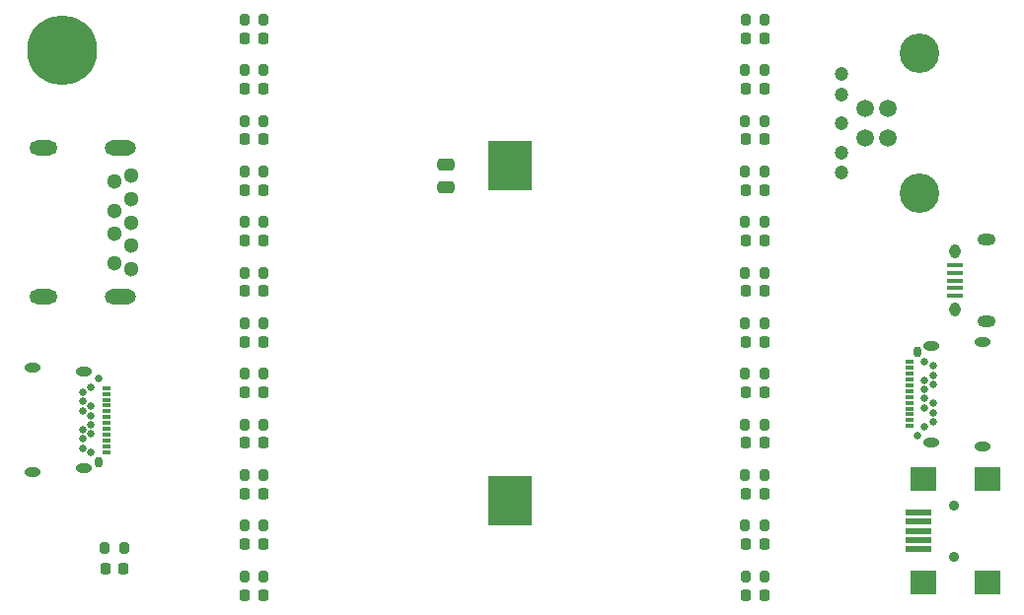
<source format=gbr>
%TF.GenerationSoftware,KiCad,Pcbnew,7.0.8*%
%TF.CreationDate,2024-05-30T14:18:46+02:00*%
%TF.ProjectId,usb_c_cable_tester,7573625f-635f-4636-9162-6c655f746573,2.2*%
%TF.SameCoordinates,Original*%
%TF.FileFunction,Soldermask,Top*%
%TF.FilePolarity,Negative*%
%FSLAX46Y46*%
G04 Gerber Fmt 4.6, Leading zero omitted, Abs format (unit mm)*
G04 Created by KiCad (PCBNEW 7.0.8) date 2024-05-30 14:18:46*
%MOMM*%
%LPD*%
G01*
G04 APERTURE LIST*
G04 Aperture macros list*
%AMRoundRect*
0 Rectangle with rounded corners*
0 $1 Rounding radius*
0 $2 $3 $4 $5 $6 $7 $8 $9 X,Y pos of 4 corners*
0 Add a 4 corners polygon primitive as box body*
4,1,4,$2,$3,$4,$5,$6,$7,$8,$9,$2,$3,0*
0 Add four circle primitives for the rounded corners*
1,1,$1+$1,$2,$3*
1,1,$1+$1,$4,$5*
1,1,$1+$1,$6,$7*
1,1,$1+$1,$8,$9*
0 Add four rect primitives between the rounded corners*
20,1,$1+$1,$2,$3,$4,$5,0*
20,1,$1+$1,$4,$5,$6,$7,0*
20,1,$1+$1,$6,$7,$8,$9,0*
20,1,$1+$1,$8,$9,$2,$3,0*%
G04 Aperture macros list end*
%ADD10RoundRect,0.218750X-0.218750X-0.256250X0.218750X-0.256250X0.218750X0.256250X-0.218750X0.256250X0*%
%ADD11RoundRect,0.200000X-0.200000X-0.275000X0.200000X-0.275000X0.200000X0.275000X-0.200000X0.275000X0*%
%ADD12R,1.350000X0.400000*%
%ADD13O,1.550000X1.000000*%
%ADD14O,0.950000X1.250000*%
%ADD15C,0.900000*%
%ADD16R,2.200000X0.500000*%
%ADD17R,2.200000X2.000000*%
%ADD18C,6.000000*%
%ADD19C,0.650000*%
%ADD20O,0.650000X0.950000*%
%ADD21R,0.700000X0.300000*%
%ADD22O,1.400000X0.800000*%
%ADD23RoundRect,0.250000X-0.475000X0.250000X-0.475000X-0.250000X0.475000X-0.250000X0.475000X0.250000X0*%
%ADD24C,1.500000*%
%ADD25C,1.200000*%
%ADD26C,3.400000*%
%ADD27R,3.800000X4.200000*%
%ADD28C,1.300000*%
%ADD29O,2.700000X1.300000*%
%ADD30O,2.400000X1.300000*%
G04 APERTURE END LIST*
D10*
%TO.C,D21*%
X65250000Y-121750000D03*
X66825000Y-121750000D03*
%TD*%
D11*
%TO.C,R4*%
X77175000Y-113709086D03*
X78825000Y-113709086D03*
%TD*%
D12*
%TO.C,J3*%
X138150000Y-98300000D03*
X138150000Y-97650000D03*
X138150000Y-97000000D03*
X138150000Y-96350000D03*
X138150000Y-95700000D03*
D13*
X140850000Y-100500000D03*
D14*
X138150000Y-99500000D03*
X138150000Y-94500000D03*
D13*
X140850000Y-93500000D03*
%TD*%
D15*
%TO.C,J5*%
X138100000Y-120700000D03*
X138100000Y-116300000D03*
D16*
X135050000Y-120100000D03*
X135050000Y-119300000D03*
X135050000Y-118500000D03*
X135050000Y-117700000D03*
X135050000Y-116900000D03*
D17*
X135450000Y-122950000D03*
X140950000Y-122950000D03*
X135450000Y-114050000D03*
X140950000Y-114050000D03*
%TD*%
D11*
%TO.C,R25*%
X77175000Y-74600000D03*
X78825000Y-74600000D03*
%TD*%
D10*
%TO.C,D25*%
X77212500Y-76173913D03*
X78787500Y-76173913D03*
%TD*%
D11*
%TO.C,R7*%
X120135000Y-78945454D03*
X121785000Y-78945454D03*
%TD*%
%TO.C,R20*%
X120135000Y-87636362D03*
X121785000Y-87636362D03*
%TD*%
%TO.C,R16*%
X120135000Y-91981816D03*
X121785000Y-91981816D03*
%TD*%
D10*
%TO.C,D11*%
X77212500Y-102260869D03*
X78787500Y-102260869D03*
%TD*%
%TO.C,D8*%
X120212500Y-84869565D03*
X121787500Y-84869565D03*
%TD*%
D11*
%TO.C,R8*%
X120135000Y-83290908D03*
X121785000Y-83290908D03*
%TD*%
%TO.C,R17*%
X120135000Y-105018178D03*
X121785000Y-105018178D03*
%TD*%
%TO.C,R5*%
X120135000Y-118054540D03*
X121785000Y-118054540D03*
%TD*%
D18*
%TO.C,REF\u002A\u002A*%
X61500000Y-77250000D03*
%TD*%
D19*
%TO.C,J2*%
X64650000Y-105390000D03*
D20*
X64650000Y-112590000D03*
D21*
X65310000Y-106240000D03*
X65310000Y-106740000D03*
X65310000Y-107240000D03*
X65310000Y-107740000D03*
X65310000Y-108240000D03*
X65310000Y-108740000D03*
X65310000Y-109240000D03*
X65310000Y-109740000D03*
X65310000Y-110240000D03*
X65310000Y-110740000D03*
X65310000Y-111240000D03*
X65310000Y-111740000D03*
D19*
X64000000Y-111790000D03*
X63300000Y-111390000D03*
X63300000Y-110590000D03*
X64000000Y-110190000D03*
X63300000Y-109790000D03*
X64000000Y-109390000D03*
X64000000Y-108590000D03*
X63300000Y-108190000D03*
X64000000Y-107790000D03*
X63300000Y-107390000D03*
X63300000Y-106590000D03*
X64000000Y-106190000D03*
D22*
X59000000Y-104500000D03*
X63400000Y-104860000D03*
X63400000Y-113120000D03*
X59000000Y-113480000D03*
%TD*%
D10*
%TO.C,D5*%
X120212500Y-119652173D03*
X121787500Y-119652173D03*
%TD*%
%TO.C,D9*%
X77212500Y-80521739D03*
X78787500Y-80521739D03*
%TD*%
D23*
%TO.C,C1*%
X94500000Y-87050000D03*
X94500000Y-88950000D03*
%TD*%
D10*
%TO.C,D12*%
X120212500Y-97913043D03*
X121787500Y-97913043D03*
%TD*%
%TO.C,D16*%
X120212500Y-93565217D03*
X121787500Y-93565217D03*
%TD*%
D11*
%TO.C,R24*%
X77175000Y-122400000D03*
X78825000Y-122400000D03*
%TD*%
D10*
%TO.C,D10*%
X77212500Y-84869565D03*
X78787500Y-84869565D03*
%TD*%
%TO.C,D4*%
X77212500Y-115304347D03*
X78787500Y-115304347D03*
%TD*%
D11*
%TO.C,R14*%
X120135000Y-100672724D03*
X121785000Y-100672724D03*
%TD*%
D10*
%TO.C,D14*%
X120212500Y-102260869D03*
X121787500Y-102260869D03*
%TD*%
D11*
%TO.C,R1*%
X77175000Y-109363632D03*
X78825000Y-109363632D03*
%TD*%
D19*
%TO.C,J1*%
X134910000Y-110350000D03*
D20*
X134910000Y-103150000D03*
D21*
X134250000Y-109500000D03*
X134250000Y-109000000D03*
X134250000Y-108500000D03*
X134250000Y-108000000D03*
X134250000Y-107500000D03*
X134250000Y-107000000D03*
X134250000Y-106500000D03*
X134250000Y-106000000D03*
X134250000Y-105500000D03*
X134250000Y-105000000D03*
X134250000Y-104500000D03*
X134250000Y-104000000D03*
D19*
X135560000Y-103950000D03*
X136260000Y-104350000D03*
X136260000Y-105150000D03*
X135560000Y-105550000D03*
X136260000Y-105950000D03*
X135560000Y-106350000D03*
X135560000Y-107150000D03*
X136260000Y-107550000D03*
X135560000Y-107950000D03*
X136260000Y-108350000D03*
X136260000Y-109150000D03*
X135560000Y-109550000D03*
D22*
X140560000Y-111240000D03*
X136160000Y-110880000D03*
X136160000Y-102620000D03*
X140560000Y-102260000D03*
%TD*%
D11*
%TO.C,R13*%
X77175000Y-96327270D03*
X78825000Y-96327270D03*
%TD*%
D10*
%TO.C,D2*%
X77212500Y-89217391D03*
X78787500Y-89217391D03*
%TD*%
%TO.C,D15*%
X77212500Y-106608695D03*
X78787500Y-106608695D03*
%TD*%
D24*
%TO.C,J4*%
X130435000Y-82250000D03*
X130435000Y-84750000D03*
X132445000Y-84750000D03*
X132445000Y-82250000D03*
D25*
X128445000Y-87750000D03*
X128445000Y-86000000D03*
X128445000Y-83500000D03*
X128445000Y-81000000D03*
X128445000Y-79250000D03*
D26*
X135145000Y-89520000D03*
X135145000Y-77480000D03*
%TD*%
D10*
%TO.C,D22*%
X120212500Y-76173913D03*
X121787500Y-76173913D03*
%TD*%
D27*
%TO.C,BT1*%
X100000000Y-87110000D03*
X100000000Y-115890000D03*
%TD*%
D11*
%TO.C,R18*%
X77175000Y-91981816D03*
X78825000Y-91981816D03*
%TD*%
%TO.C,R23*%
X120175000Y-122400000D03*
X121825000Y-122400000D03*
%TD*%
D10*
%TO.C,D6*%
X120212500Y-115304347D03*
X121787500Y-115304347D03*
%TD*%
D28*
%TO.C,J6*%
X66000000Y-88500000D03*
X66000000Y-91000000D03*
X66000000Y-93000000D03*
X66000000Y-95500000D03*
X67500000Y-96000000D03*
X67500000Y-94000000D03*
X67500000Y-92000000D03*
X67500000Y-90000000D03*
X67500000Y-88000000D03*
D29*
X66500000Y-85600000D03*
D30*
X59900000Y-85600000D03*
D29*
X66500000Y-98400000D03*
D30*
X59900000Y-98400000D03*
%TD*%
D10*
%TO.C,D20*%
X120212500Y-89217391D03*
X121787500Y-89217391D03*
%TD*%
D11*
%TO.C,R2*%
X77175000Y-87636362D03*
X78825000Y-87636362D03*
%TD*%
D10*
%TO.C,D17*%
X120212500Y-106608695D03*
X121787500Y-106608695D03*
%TD*%
D11*
%TO.C,R10*%
X77175000Y-83290908D03*
X78825000Y-83290908D03*
%TD*%
%TO.C,R3*%
X77175000Y-118054540D03*
X78825000Y-118054540D03*
%TD*%
D10*
%TO.C,D23*%
X120212500Y-124000000D03*
X121787500Y-124000000D03*
%TD*%
D11*
%TO.C,R19*%
X120135000Y-109363632D03*
X121785000Y-109363632D03*
%TD*%
%TO.C,R12*%
X120135000Y-96327270D03*
X121785000Y-96327270D03*
%TD*%
%TO.C,R9*%
X77175000Y-78945454D03*
X78825000Y-78945454D03*
%TD*%
D10*
%TO.C,D1*%
X77212500Y-110956521D03*
X78787500Y-110956521D03*
%TD*%
D11*
%TO.C,R22*%
X120175000Y-74600000D03*
X121825000Y-74600000D03*
%TD*%
D10*
%TO.C,D19*%
X120212500Y-110956521D03*
X121787500Y-110956521D03*
%TD*%
D11*
%TO.C,R15*%
X77175000Y-105018178D03*
X78825000Y-105018178D03*
%TD*%
D10*
%TO.C,D7*%
X120212500Y-80521739D03*
X121787500Y-80521739D03*
%TD*%
D11*
%TO.C,R21*%
X65212500Y-120000000D03*
X66862500Y-120000000D03*
%TD*%
D10*
%TO.C,D3*%
X77212500Y-119652173D03*
X78787500Y-119652173D03*
%TD*%
%TO.C,D24*%
X77212500Y-124000000D03*
X78787500Y-124000000D03*
%TD*%
%TO.C,D13*%
X77212500Y-97913043D03*
X78787500Y-97913043D03*
%TD*%
D11*
%TO.C,R6*%
X120135000Y-113709086D03*
X121785000Y-113709086D03*
%TD*%
%TO.C,R11*%
X77175000Y-100672724D03*
X78825000Y-100672724D03*
%TD*%
D10*
%TO.C,D18*%
X77212500Y-93565217D03*
X78787500Y-93565217D03*
%TD*%
M02*

</source>
